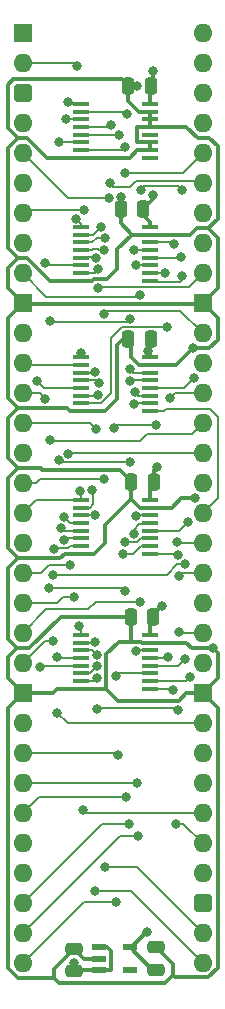
<source format=gtl>
%TF.GenerationSoftware,KiCad,Pcbnew,8.0.7*%
%TF.CreationDate,2025-01-04T12:34:45+02:00*%
%TF.ProjectId,Selector 18bit,53656c65-6374-46f7-9220-31386269742e,V0*%
%TF.SameCoordinates,Original*%
%TF.FileFunction,Copper,L1,Top*%
%TF.FilePolarity,Positive*%
%FSLAX46Y46*%
G04 Gerber Fmt 4.6, Leading zero omitted, Abs format (unit mm)*
G04 Created by KiCad (PCBNEW 8.0.7) date 2025-01-04 12:34:45*
%MOMM*%
%LPD*%
G01*
G04 APERTURE LIST*
G04 Aperture macros list*
%AMRoundRect*
0 Rectangle with rounded corners*
0 $1 Rounding radius*
0 $2 $3 $4 $5 $6 $7 $8 $9 X,Y pos of 4 corners*
0 Add a 4 corners polygon primitive as box body*
4,1,4,$2,$3,$4,$5,$6,$7,$8,$9,$2,$3,0*
0 Add four circle primitives for the rounded corners*
1,1,$1+$1,$2,$3*
1,1,$1+$1,$4,$5*
1,1,$1+$1,$6,$7*
1,1,$1+$1,$8,$9*
0 Add four rect primitives between the rounded corners*
20,1,$1+$1,$2,$3,$4,$5,0*
20,1,$1+$1,$4,$5,$6,$7,0*
20,1,$1+$1,$6,$7,$8,$9,0*
20,1,$1+$1,$8,$9,$2,$3,0*%
G04 Aperture macros list end*
%TA.AperFunction,SMDPad,CuDef*%
%ADD10R,1.450000X0.450000*%
%TD*%
%TA.AperFunction,SMDPad,CuDef*%
%ADD11RoundRect,0.250000X0.475000X-0.250000X0.475000X0.250000X-0.475000X0.250000X-0.475000X-0.250000X0*%
%TD*%
%TA.AperFunction,SMDPad,CuDef*%
%ADD12RoundRect,0.250000X0.250000X0.475000X-0.250000X0.475000X-0.250000X-0.475000X0.250000X-0.475000X0*%
%TD*%
%TA.AperFunction,ComponentPad*%
%ADD13R,1.600000X1.600000*%
%TD*%
%TA.AperFunction,ComponentPad*%
%ADD14O,1.600000X1.600000*%
%TD*%
%TA.AperFunction,ComponentPad*%
%ADD15RoundRect,0.400000X-0.400000X-0.400000X0.400000X-0.400000X0.400000X0.400000X-0.400000X0.400000X0*%
%TD*%
%TA.AperFunction,SMDPad,CuDef*%
%ADD16R,1.150000X0.600000*%
%TD*%
%TA.AperFunction,ViaPad*%
%ADD17C,0.800000*%
%TD*%
%TA.AperFunction,Conductor*%
%ADD18C,0.380000*%
%TD*%
%TA.AperFunction,Conductor*%
%ADD19C,0.200000*%
%TD*%
G04 APERTURE END LIST*
D10*
%TO.P,IC1,1,S*%
%TO.N,S*%
X4949000Y-27443000D03*
%TO.P,IC1,2,1I0*%
%TO.N,A4*%
X4949000Y-28093000D03*
%TO.P,IC1,3,1I1*%
%TO.N,B4*%
X4949000Y-28743000D03*
%TO.P,IC1,4,1Y*%
%TO.N,Y4*%
X4949000Y-29393000D03*
%TO.P,IC1,5,2I0*%
%TO.N,A5*%
X4949000Y-30043000D03*
%TO.P,IC1,6,2I1*%
%TO.N,B5*%
X4949000Y-30693000D03*
%TO.P,IC1,7,2Y*%
%TO.N,Y5*%
X4949000Y-31343000D03*
%TO.P,IC1,8,GND*%
%TO.N,GND*%
X4949000Y-31993000D03*
%TO.P,IC1,9,3Y*%
%TO.N,Y6*%
X10799000Y-31993000D03*
%TO.P,IC1,10,3I1*%
%TO.N,B6*%
X10799000Y-31343000D03*
%TO.P,IC1,11,3I0*%
%TO.N,A6*%
X10799000Y-30693000D03*
%TO.P,IC1,12,4Y*%
%TO.N,Y7*%
X10799000Y-30043000D03*
%TO.P,IC1,13,4I1*%
%TO.N,B7*%
X10799000Y-29393000D03*
%TO.P,IC1,14,4I0*%
%TO.N,A7*%
X10799000Y-28743000D03*
%TO.P,IC1,15,~{E}*%
%TO.N,GND*%
X10799000Y-28093000D03*
%TO.P,IC1,16,3V*%
%TO.N,/3.3V*%
X10799000Y-27443000D03*
%TD*%
D11*
%TO.P,C45,1*%
%TO.N,5V*%
X4348000Y-79420000D03*
%TO.P,C45,2*%
%TO.N,GND*%
X4348000Y-77520000D03*
%TD*%
D12*
%TO.P,C1,1*%
%TO.N,/3.3V*%
X10840000Y-25908000D03*
%TO.P,C1,2*%
%TO.N,GND*%
X8940000Y-25908000D03*
%TD*%
%TO.P,C5,1*%
%TO.N,/3.3V*%
X10840000Y-4445000D03*
%TO.P,C5,2*%
%TO.N,GND*%
X8940000Y-4445000D03*
%TD*%
D11*
%TO.P,C46,1*%
%TO.N,/3.3V*%
X11303000Y-79293000D03*
%TO.P,C46,2*%
%TO.N,GND*%
X11303000Y-77393000D03*
%TD*%
D13*
%TO.P,J2,1,Pin_1*%
%TO.N,A13*%
X0Y0D03*
D14*
%TO.P,J2,2,Pin_2*%
%TO.N,A12*%
X0Y-2540000D03*
D15*
%TO.P,J2,3,Pin_3*%
%TO.N,5V*%
X0Y-5080000D03*
D14*
%TO.P,J2,4,Pin_4*%
%TO.N,A11*%
X0Y-7620000D03*
%TO.P,J2,5,Pin_5*%
%TO.N,A10*%
X0Y-10160000D03*
%TO.P,J2,6,Pin_6*%
%TO.N,A9*%
X0Y-12700000D03*
%TO.P,J2,7,Pin_7*%
%TO.N,A8*%
X0Y-15240000D03*
%TO.P,J2,8,Pin_8*%
%TO.N,A7*%
X0Y-17780000D03*
%TO.P,J2,9,Pin_9*%
%TO.N,A6*%
X0Y-20320000D03*
D13*
%TO.P,J2,10,Pin_10*%
%TO.N,GND*%
X0Y-22860000D03*
D14*
%TO.P,J2,11,Pin_11*%
%TO.N,A5*%
X0Y-25400000D03*
%TO.P,J2,12,Pin_12*%
%TO.N,A4*%
X0Y-27940000D03*
%TO.P,J2,13,Pin_13*%
%TO.N,A3*%
X0Y-30480000D03*
%TO.P,J2,14,Pin_14*%
%TO.N,A2*%
X0Y-33020000D03*
%TO.P,J2,15,Pin_15*%
%TO.N,A1*%
X0Y-35560000D03*
%TO.P,J2,16,Pin_16*%
%TO.N,A0*%
X0Y-38100000D03*
%TO.P,J2,17,Pin_17*%
%TO.N,S*%
X0Y-40640000D03*
%TO.P,J2,18,Pin_18*%
%TO.N,unconnected-(J2-Pin_18-Pad18)*%
X0Y-43180000D03*
%TO.P,J2,19,Pin_19*%
%TO.N,B17*%
X0Y-45720000D03*
%TO.P,J2,20,Pin_20*%
%TO.N,B16*%
X0Y-48260000D03*
%TO.P,J2,21,Pin_21*%
%TO.N,B15*%
X0Y-50800000D03*
%TO.P,J2,22,Pin_22*%
%TO.N,B14*%
X0Y-53340000D03*
D13*
%TO.P,J2,23,Pin_23*%
%TO.N,GND*%
X0Y-55880000D03*
D14*
%TO.P,J2,24,Pin_24*%
%TO.N,B13*%
X0Y-58420000D03*
%TO.P,J2,25,Pin_25*%
%TO.N,B12*%
X0Y-60960000D03*
%TO.P,J2,26,Pin_26*%
%TO.N,B11*%
X0Y-63500000D03*
%TO.P,J2,27,Pin_27*%
%TO.N,B10*%
X0Y-66040000D03*
%TO.P,J2,28,Pin_28*%
%TO.N,B9*%
X0Y-68580000D03*
%TO.P,J2,29,Pin_29*%
%TO.N,B8*%
X0Y-71120000D03*
%TO.P,J2,30,Pin_30*%
%TO.N,B7*%
X0Y-73660000D03*
%TO.P,J2,31,Pin_31*%
%TO.N,B6*%
X0Y-76200000D03*
%TO.P,J2,32,Pin_32*%
%TO.N,B5*%
X0Y-78740000D03*
%TO.P,J2,33,Pin_33*%
%TO.N,B0*%
X15240000Y-78740000D03*
%TO.P,J2,34,Pin_34*%
%TO.N,B1*%
X15240000Y-76200000D03*
D15*
%TO.P,J2,35,Pin_35*%
%TO.N,5V*%
X15240000Y-73660000D03*
D14*
%TO.P,J2,36,Pin_36*%
%TO.N,B2*%
X15240000Y-71120000D03*
%TO.P,J2,37,Pin_37*%
%TO.N,B3*%
X15240000Y-68580000D03*
%TO.P,J2,38,Pin_38*%
%TO.N,B4*%
X15240000Y-66040000D03*
%TO.P,J2,39,Pin_39*%
%TO.N,unconnected-(J2-Pin_39-Pad39)*%
X15240000Y-63500000D03*
%TO.P,J2,40,Pin_40*%
%TO.N,unconnected-(J2-Pin_40-Pad40)*%
X15240000Y-60960000D03*
%TO.P,J2,41,Pin_41*%
%TO.N,Y0*%
X15240000Y-58420000D03*
D13*
%TO.P,J2,42,Pin_42*%
%TO.N,GND*%
X15240000Y-55880000D03*
D14*
%TO.P,J2,43,Pin_43*%
%TO.N,Y1*%
X15240000Y-53340000D03*
%TO.P,J2,44,Pin_44*%
%TO.N,Y2*%
X15240000Y-50800000D03*
%TO.P,J2,45,Pin_45*%
%TO.N,Y3*%
X15240000Y-48260000D03*
%TO.P,J2,46,Pin_46*%
%TO.N,Y4*%
X15240000Y-45720000D03*
%TO.P,J2,47,Pin_47*%
%TO.N,Y5*%
X15240000Y-43180000D03*
%TO.P,J2,48,Pin_48*%
%TO.N,Y6*%
X15240000Y-40640000D03*
%TO.P,J2,49,Pin_49*%
%TO.N,Y7*%
X15240000Y-38100000D03*
%TO.P,J2,50,Pin_50*%
%TO.N,Y8*%
X15240000Y-35560000D03*
%TO.P,J2,51,Pin_51*%
%TO.N,Y9*%
X15240000Y-33020000D03*
%TO.P,J2,52,Pin_52*%
%TO.N,Y10*%
X15240000Y-30480000D03*
%TO.P,J2,53,Pin_53*%
%TO.N,Y11*%
X15240000Y-27940000D03*
%TO.P,J2,54,Pin_54*%
%TO.N,Y12*%
X15240000Y-25400000D03*
D13*
%TO.P,J2,55,Pin_55*%
%TO.N,GND*%
X15240000Y-22860000D03*
D14*
%TO.P,J2,56,Pin_56*%
%TO.N,Y13*%
X15240000Y-20320000D03*
%TO.P,J2,57,Pin_57*%
%TO.N,Y14*%
X15240000Y-17780000D03*
%TO.P,J2,58,Pin_58*%
%TO.N,Y15*%
X15240000Y-15240000D03*
%TO.P,J2,59,Pin_59*%
%TO.N,Y16*%
X15240000Y-12700000D03*
%TO.P,J2,60,Pin_60*%
%TO.N,Y17*%
X15240000Y-10160000D03*
%TO.P,J2,61,Pin_61*%
%TO.N,A14*%
X15240000Y-7620000D03*
%TO.P,J2,62,Pin_62*%
%TO.N,A15*%
X15240000Y-5080000D03*
%TO.P,J2,63,Pin_63*%
%TO.N,A16*%
X15240000Y-2540000D03*
%TO.P,J2,64,Pin_64*%
%TO.N,A17*%
X15240000Y0D03*
%TD*%
D10*
%TO.P,IC2,1,S*%
%TO.N,S*%
X4949000Y-50938000D03*
%TO.P,IC2,2,1I0*%
%TO.N,A0*%
X4949000Y-51588000D03*
%TO.P,IC2,3,1I1*%
%TO.N,B0*%
X4949000Y-52238000D03*
%TO.P,IC2,4,1Y*%
%TO.N,Y0*%
X4949000Y-52888000D03*
%TO.P,IC2,5,2I0*%
%TO.N,A1*%
X4949000Y-53538000D03*
%TO.P,IC2,6,2I1*%
%TO.N,B1*%
X4949000Y-54188000D03*
%TO.P,IC2,7,2Y*%
%TO.N,Y1*%
X4949000Y-54838000D03*
%TO.P,IC2,8,GND*%
%TO.N,GND*%
X4949000Y-55488000D03*
%TO.P,IC2,9,3Y*%
%TO.N,Y2*%
X10799000Y-55488000D03*
%TO.P,IC2,10,3I1*%
%TO.N,B2*%
X10799000Y-54838000D03*
%TO.P,IC2,11,3I0*%
%TO.N,A2*%
X10799000Y-54188000D03*
%TO.P,IC2,12,4Y*%
%TO.N,Y3*%
X10799000Y-53538000D03*
%TO.P,IC2,13,4I1*%
%TO.N,B3*%
X10799000Y-52888000D03*
%TO.P,IC2,14,4I0*%
%TO.N,A3*%
X10799000Y-52238000D03*
%TO.P,IC2,15,~{E}*%
%TO.N,GND*%
X10799000Y-51588000D03*
%TO.P,IC2,16,3V*%
%TO.N,/3.3V*%
X10799000Y-50938000D03*
%TD*%
D16*
%TO.P,IC42,1,6VIn*%
%TO.N,5V*%
X6477000Y-77409000D03*
%TO.P,IC42,2,GND*%
%TO.N,GND*%
X6477000Y-78359000D03*
%TO.P,IC42,3,EN*%
%TO.N,5V*%
X6477000Y-79309000D03*
%TO.P,IC42,4,ADJ*%
%TO.N,unconnected-(IC42-ADJ-Pad4)*%
X9077000Y-79309000D03*
%TO.P,IC42,5,3.3VOut*%
%TO.N,/3.3V*%
X9077000Y-77409000D03*
%TD*%
D12*
%TO.P,C2,1*%
%TO.N,/3.3V*%
X11094000Y-37973000D03*
%TO.P,C2,2*%
%TO.N,GND*%
X9194000Y-37973000D03*
%TD*%
D10*
%TO.P,IC3,1,S*%
%TO.N,S*%
X4949000Y-39508000D03*
%TO.P,IC3,2,1I0*%
%TO.N,A8*%
X4949000Y-40158000D03*
%TO.P,IC3,3,1I1*%
%TO.N,B8*%
X4949000Y-40808000D03*
%TO.P,IC3,4,1Y*%
%TO.N,Y8*%
X4949000Y-41458000D03*
%TO.P,IC3,5,2I0*%
%TO.N,A9*%
X4949000Y-42108000D03*
%TO.P,IC3,6,2I1*%
%TO.N,B9*%
X4949000Y-42758000D03*
%TO.P,IC3,7,2Y*%
%TO.N,Y9*%
X4949000Y-43408000D03*
%TO.P,IC3,8,GND*%
%TO.N,GND*%
X4949000Y-44058000D03*
%TO.P,IC3,9,3Y*%
%TO.N,Y10*%
X10799000Y-44058000D03*
%TO.P,IC3,10,3I1*%
%TO.N,B10*%
X10799000Y-43408000D03*
%TO.P,IC3,11,3I0*%
%TO.N,A10*%
X10799000Y-42758000D03*
%TO.P,IC3,12,4Y*%
%TO.N,Y11*%
X10799000Y-42108000D03*
%TO.P,IC3,13,4I1*%
%TO.N,B11*%
X10799000Y-41458000D03*
%TO.P,IC3,14,4I0*%
%TO.N,A11*%
X10799000Y-40808000D03*
%TO.P,IC3,15,~{E}*%
%TO.N,GND*%
X10799000Y-40158000D03*
%TO.P,IC3,16,3V*%
%TO.N,/3.3V*%
X10799000Y-39508000D03*
%TD*%
%TO.P,IC4,1,S*%
%TO.N,S*%
X4949000Y-16394000D03*
%TO.P,IC4,2,1I0*%
%TO.N,A12*%
X4949000Y-17044000D03*
%TO.P,IC4,3,1I1*%
%TO.N,B12*%
X4949000Y-17694000D03*
%TO.P,IC4,4,1Y*%
%TO.N,Y12*%
X4949000Y-18344000D03*
%TO.P,IC4,5,2I0*%
%TO.N,A13*%
X4949000Y-18994000D03*
%TO.P,IC4,6,2I1*%
%TO.N,B13*%
X4949000Y-19644000D03*
%TO.P,IC4,7,2Y*%
%TO.N,Y13*%
X4949000Y-20294000D03*
%TO.P,IC4,8,GND*%
%TO.N,GND*%
X4949000Y-20944000D03*
%TO.P,IC4,9,3Y*%
%TO.N,Y14*%
X10799000Y-20944000D03*
%TO.P,IC4,10,3I1*%
%TO.N,B14*%
X10799000Y-20294000D03*
%TO.P,IC4,11,3I0*%
%TO.N,A14*%
X10799000Y-19644000D03*
%TO.P,IC4,12,4Y*%
%TO.N,Y15*%
X10799000Y-18994000D03*
%TO.P,IC4,13,4I1*%
%TO.N,B15*%
X10799000Y-18344000D03*
%TO.P,IC4,14,4I0*%
%TO.N,A15*%
X10799000Y-17694000D03*
%TO.P,IC4,15,~{E}*%
%TO.N,GND*%
X10799000Y-17044000D03*
%TO.P,IC4,16,3V*%
%TO.N,/3.3V*%
X10799000Y-16394000D03*
%TD*%
D12*
%TO.P,C4,1*%
%TO.N,/3.3V*%
X11044000Y-49403000D03*
%TO.P,C4,2*%
%TO.N,GND*%
X9144000Y-49403000D03*
%TD*%
D10*
%TO.P,IC5,1,S*%
%TO.N,S*%
X4949000Y-5980000D03*
%TO.P,IC5,2,1I0*%
%TO.N,A16*%
X4949000Y-6630000D03*
%TO.P,IC5,3,1I1*%
%TO.N,B16*%
X4949000Y-7280000D03*
%TO.P,IC5,4,1Y*%
%TO.N,Y16*%
X4949000Y-7930000D03*
%TO.P,IC5,5,2I0*%
%TO.N,A17*%
X4949000Y-8580000D03*
%TO.P,IC5,6,2I1*%
%TO.N,B17*%
X4949000Y-9230000D03*
%TO.P,IC5,7,2Y*%
%TO.N,Y17*%
X4949000Y-9880000D03*
%TO.P,IC5,8,GND*%
%TO.N,GND*%
X4949000Y-10530000D03*
%TO.P,IC5,9,3Y*%
%TO.N,unconnected-(IC5-3Y-Pad9)*%
X10799000Y-10530000D03*
%TO.P,IC5,10,3I1*%
%TO.N,GND*%
X10799000Y-9880000D03*
%TO.P,IC5,11,3I0*%
X10799000Y-9230000D03*
%TO.P,IC5,12,4Y*%
%TO.N,unconnected-(IC5-4Y-Pad12)*%
X10799000Y-8580000D03*
%TO.P,IC5,13,4I1*%
%TO.N,GND*%
X10799000Y-7930000D03*
%TO.P,IC5,14,4I0*%
X10799000Y-7280000D03*
%TO.P,IC5,15,~{E}*%
X10799000Y-6630000D03*
%TO.P,IC5,16,3V*%
%TO.N,/3.3V*%
X10799000Y-5980000D03*
%TD*%
D12*
%TO.P,C3,1*%
%TO.N,/3.3V*%
X10205000Y-14859000D03*
%TO.P,C3,2*%
%TO.N,GND*%
X8305000Y-14859000D03*
%TD*%
D17*
%TO.N,/3.3V*%
X11049000Y-3240000D03*
X10541000Y-76073000D03*
X10587803Y-26880612D03*
X11346000Y-36703000D03*
X11766000Y-48513033D03*
X11049000Y-13716006D03*
%TO.N,GND*%
X14398015Y-26670000D03*
X16129000Y-52070000D03*
X9667815Y-4460821D03*
X8304995Y-13864588D03*
X14613902Y-39387802D03*
%TO.N,5V*%
X4348004Y-78740000D03*
%TO.N,A3*%
X1937500Y-30955500D03*
X8701018Y-47244000D03*
X9566000Y-52330004D03*
X2200000Y-46990000D03*
%TO.N,S*%
X3810000Y-5842000D03*
X4961003Y-27051000D03*
X4793000Y-50193000D03*
X4866356Y-38740365D03*
X4507000Y-15747990D03*
%TO.N,A15*%
X12840847Y-17834000D03*
%TO.N,A16*%
X8862000Y-6841624D03*
%TO.N,A17*%
X8199005Y-8579995D03*
%TO.N,B4*%
X6147206Y-28692992D03*
X5149998Y-65786000D03*
%TO.N,Y4*%
X13208002Y-45974000D03*
X11331000Y-33199731D03*
X7751030Y-33401000D03*
X6486618Y-29639672D03*
%TO.N,A5*%
X1216298Y-29466535D03*
%TO.N,B5*%
X6352420Y-30630629D03*
X7873990Y-73533000D03*
%TO.N,Y5*%
X13039990Y-43053000D03*
X12192000Y-24891998D03*
%TO.N,A0*%
X6135344Y-51578630D03*
X6870856Y-37736097D03*
%TO.N,A1*%
X1492417Y-53625583D03*
%TO.N,A2*%
X7898000Y-54415429D03*
X6223000Y-33528000D03*
%TO.N,B6*%
X9779000Y-67945000D03*
X9472936Y-31372342D03*
%TO.N,A6*%
X9943969Y-22169000D03*
X9474113Y-30372340D03*
%TO.N,Y7*%
X14478000Y-29210000D03*
%TO.N,B7*%
X9072940Y-29456335D03*
X9017000Y-66929000D03*
%TO.N,A7*%
X2361001Y-24384002D03*
X9072551Y-24177000D03*
X9072940Y-28456333D03*
%TO.N,B0*%
X6108000Y-72644000D03*
X6277547Y-52615220D03*
%TO.N,Y0*%
X2921000Y-57531000D03*
X2921000Y-52832000D03*
%TO.N,B1*%
X6274718Y-53615219D03*
X6987112Y-70612000D03*
%TO.N,Y1*%
X13168601Y-57305000D03*
X6287112Y-54615145D03*
X6287100Y-57214112D03*
%TO.N,Y2*%
X12746000Y-55598000D03*
X13208000Y-50673000D03*
%TO.N,B2*%
X14162028Y-54533475D03*
%TO.N,Y3*%
X13755041Y-52960562D03*
%TO.N,B3*%
X12346000Y-52800051D03*
X12954000Y-66929000D03*
%TO.N,A8*%
X5207000Y-14986000D03*
X5865929Y-38711071D03*
%TO.N,B8*%
X6140902Y-40762543D03*
%TO.N,Y8*%
X3870856Y-35586514D03*
X3513417Y-40925307D03*
%TO.N,A9*%
X3253960Y-41891064D03*
%TO.N,B9*%
X3465336Y-42868471D03*
%TO.N,Y9*%
X2664125Y-43660000D03*
X2333682Y-34464682D03*
%TO.N,Y10*%
X13117906Y-44142347D03*
X12492103Y-30903378D03*
%TO.N,B10*%
X8763000Y-64643000D03*
X8508992Y-44069000D03*
%TO.N,A10*%
X7304000Y-13970000D03*
X8650426Y-43079049D03*
%TO.N,Y11*%
X13985819Y-41386182D03*
%TO.N,B11*%
X9392905Y-42409176D03*
X9695000Y-63500000D03*
%TO.N,A11*%
X9134103Y-36322387D03*
X3052847Y-36167000D03*
X9558018Y-40894000D03*
%TO.N,A12*%
X4593638Y-2772374D03*
X6604000Y-16383000D03*
%TO.N,B12*%
X8087112Y-61136757D03*
X6997915Y-17302150D03*
%TO.N,Y12*%
X6858000Y-23749000D03*
X6896272Y-18317396D03*
%TO.N,A13*%
X6173389Y-19008371D03*
%TO.N,B13*%
X1918025Y-19417975D03*
%TO.N,Y13*%
X6417877Y-19978026D03*
X6361061Y-21558026D03*
%TO.N,Y14*%
X13462000Y-20574000D03*
%TO.N,B14*%
X2600016Y-45850000D03*
X12065000Y-20294000D03*
X2540000Y-51435000D03*
X13716000Y-44958000D03*
%TO.N,A14*%
X13462000Y-13273000D03*
X9630595Y-19665523D03*
X9992406Y-13294406D03*
%TO.N,Y15*%
X13397000Y-18935559D03*
%TO.N,B15*%
X9958000Y-48133000D03*
X9410000Y-18344000D03*
%TO.N,B16*%
X3682992Y-7238992D03*
X4393000Y-47752000D03*
%TO.N,Y16*%
X7462000Y-7747000D03*
X7366000Y-12700000D03*
%TO.N,B17*%
X3107000Y-9207504D03*
X3993000Y-44986010D03*
%TO.N,Y17*%
X8636000Y-11811000D03*
X8636000Y-9652000D03*
%TD*%
D18*
%TO.N,/3.3V*%
X11044000Y-49227033D02*
X11758000Y-48513033D01*
X10799000Y-27443000D02*
X10799000Y-27091809D01*
X11049000Y-14015000D02*
X11049000Y-13716006D01*
X10799000Y-27091809D02*
X10587803Y-26880612D01*
X10799000Y-4894000D02*
X10799000Y-5980000D01*
X11094000Y-36955000D02*
X11346000Y-36703000D01*
X11094000Y-37973000D02*
X11094000Y-36955000D01*
X10799000Y-15943000D02*
X10799000Y-16394000D01*
X10795000Y-49652000D02*
X10795000Y-50934000D01*
X11049000Y-4236000D02*
X11049000Y-3240000D01*
X10210000Y-14854000D02*
X11049000Y-14015000D01*
X9205000Y-77409000D02*
X10541000Y-76073000D01*
X9960000Y-15104000D02*
X10799000Y-15943000D01*
X11758000Y-48513033D02*
X11766000Y-48513033D01*
X10961000Y-79293000D02*
X9077000Y-77409000D01*
X10799000Y-38268000D02*
X10799000Y-39508000D01*
%TO.N,GND*%
X9245000Y-17044000D02*
X10799000Y-17044000D01*
X12975015Y-28093000D02*
X14398015Y-26670000D01*
X9144000Y-51540004D02*
X9893229Y-51540004D01*
X15812915Y-26670000D02*
X14398015Y-26670000D01*
X16510000Y-21590000D02*
X15240000Y-22860000D01*
X-1270000Y-24130000D02*
X-1270000Y-30892915D01*
X4348000Y-77520000D02*
X2667000Y-79201000D01*
X5187000Y-78359000D02*
X4348000Y-77520000D01*
X8940000Y-5756000D02*
X9814000Y-6630000D01*
X2667000Y-80010000D02*
X-412915Y-80010000D01*
X-1270000Y-9747085D02*
X-1270000Y-18192915D01*
X16510000Y-17331001D02*
X16510000Y-21590000D01*
X10799000Y-28093000D02*
X9826836Y-28093000D01*
X-1270000Y-21590000D02*
X0Y-22860000D01*
X8940000Y-4445000D02*
X8940000Y-5756000D01*
X-1270000Y-30892915D02*
X-412915Y-31750000D01*
X15240000Y-22860000D02*
X16510000Y-24130000D01*
X8940000Y-25908000D02*
X8509000Y-25908000D01*
X14351000Y-52070000D02*
X16129000Y-52070000D01*
X16510000Y-25972915D02*
X15812915Y-26670000D01*
X4949000Y-20944000D02*
X5857858Y-20944000D01*
X9826836Y-28093000D02*
X9144000Y-27410164D01*
X-412915Y-80010000D02*
X-1270000Y-79152915D01*
X0Y-55880000D02*
X2540000Y-55880000D01*
X4201903Y-36946097D02*
X8244097Y-36946097D01*
X4949000Y-20944000D02*
X2300771Y-20944000D01*
X15688999Y-16510000D02*
X16510000Y-17331001D01*
X9194000Y-39412752D02*
X9194000Y-37973000D01*
X988000Y-19625085D02*
X412915Y-19050000D01*
X2667000Y-79201000D02*
X2667000Y-80010000D01*
X10799000Y-9880000D02*
X10799000Y-9230000D01*
X6985000Y-41621752D02*
X6985000Y-43127000D01*
X10799000Y-40158000D02*
X9939248Y-40158000D01*
X-1270000Y-54610000D02*
X-1270000Y-52832000D01*
X9144000Y-51540004D02*
X8149996Y-51540004D01*
X9194000Y-39412752D02*
X6985000Y-41621752D01*
X10799000Y-7280000D02*
X10799000Y-6630000D01*
X10799000Y-28093000D02*
X12975015Y-28093000D01*
X5857858Y-20944000D02*
X6033832Y-20768026D01*
X8940000Y-4445000D02*
X8385000Y-3890000D01*
X2540000Y-55880000D02*
X2932000Y-55488000D01*
X1651000Y-36957000D02*
X4191000Y-36957000D01*
X2667000Y-80010000D02*
X3048000Y-80391000D01*
X6477000Y-78359000D02*
X5187000Y-78359000D01*
X7171974Y-20768026D02*
X8001000Y-19939000D01*
X9684000Y-9220000D02*
X9684000Y-7940000D01*
X-412915Y-36830000D02*
X1524000Y-36830000D01*
X10799000Y-7930000D02*
X10799000Y-7280000D01*
X3754000Y-31750000D02*
X3997000Y-31993000D01*
X-1270000Y-43592915D02*
X-412915Y-44450000D01*
X9069000Y-10530000D02*
X9719000Y-9880000D01*
X10040763Y-51553000D02*
X9906225Y-51553000D01*
X8385000Y-3890000D02*
X-783000Y-3890000D01*
X-1270000Y-4377000D02*
X-1270000Y-8032915D01*
X9694000Y-9230000D02*
X9684000Y-9220000D01*
X8001000Y-18288000D02*
X9245000Y-17044000D01*
X15815999Y-8890000D02*
X16510000Y-9584001D01*
X12674000Y-40158000D02*
X13444198Y-39387802D01*
X-783000Y-3890000D02*
X-1270000Y-4377000D01*
X-1270000Y-79152915D02*
X-1270000Y-57150000D01*
X7093014Y-55499000D02*
X8109014Y-56515000D01*
X14198000Y-17044000D02*
X14732000Y-16510000D01*
X3175000Y-44450000D02*
X-412915Y-44450000D01*
X6033832Y-20768026D02*
X7171974Y-20768026D01*
X9144000Y-27410164D02*
X9144000Y-26112000D01*
X1524000Y-36830000D02*
X1651000Y-36957000D01*
X-508000Y-52070000D02*
X577036Y-52070000D01*
X-412915Y-19050000D02*
X-492915Y-19130000D01*
X8305000Y-16104000D02*
X8305000Y-14859000D01*
X16510000Y-24130000D02*
X16510000Y-25972915D01*
X3244036Y-49403000D02*
X9144000Y-49403000D01*
X10799000Y-51588000D02*
X10075763Y-51588000D01*
X9144000Y-49403000D02*
X9144000Y-51540004D01*
X8305000Y-13864593D02*
X8304995Y-13864588D01*
X4191000Y-36957000D02*
X4201903Y-36946097D01*
X3048000Y-80391000D02*
X12065000Y-80391000D01*
X-1270000Y-37687085D02*
X-1270000Y-43592915D01*
X12700000Y-78790000D02*
X11380000Y-77470000D01*
X2300771Y-20944000D02*
X988000Y-19631229D01*
X9694000Y-7930000D02*
X10799000Y-7930000D01*
X16510000Y-79152915D02*
X16510000Y-57150000D01*
X9939248Y-40158000D02*
X9194000Y-39412752D01*
X-1270000Y-52832000D02*
X-508000Y-52070000D01*
X10075763Y-51588000D02*
X10040763Y-51553000D01*
X-412915Y-31750000D02*
X3754000Y-31750000D01*
X7093014Y-52596986D02*
X7093014Y-55499000D01*
X13208000Y-56515000D02*
X13843000Y-55880000D01*
X8001000Y-30988000D02*
X6996000Y-31993000D01*
X10799000Y-40158000D02*
X12674000Y-40158000D01*
X16510000Y-9584001D02*
X16510000Y-15688999D01*
X-1270000Y-45307085D02*
X-1270000Y-51308000D01*
X-1270000Y-35972915D02*
X-412915Y-36830000D01*
X9906225Y-51553000D02*
X9893229Y-51540004D01*
X16510000Y-54610000D02*
X16510000Y-52451000D01*
X-1270000Y-57150000D02*
X0Y-55880000D01*
X8244097Y-36946097D02*
X9194000Y-37896000D01*
X8109014Y-56515000D02*
X13208000Y-56515000D01*
X9684000Y-7940000D02*
X9694000Y-7930000D01*
X-1270000Y-19907085D02*
X-1270000Y-21590000D01*
X-1270000Y-32607085D02*
X-1270000Y-35972915D01*
X15141000Y-22959000D02*
X99000Y-22959000D01*
X12065000Y-80391000D02*
X12700000Y-79756000D01*
X4949000Y-44058000D02*
X3567000Y-44058000D01*
X6985000Y-43127000D02*
X6054000Y-44058000D01*
X0Y-22860000D02*
X-1270000Y-24130000D01*
X7082014Y-55488000D02*
X7093014Y-55499000D01*
X6996000Y-31993000D02*
X4949000Y-31993000D01*
X10799000Y-7930000D02*
X13867085Y-7930000D01*
X-1270000Y-51308000D02*
X-508000Y-52070000D01*
X16510000Y-15688999D02*
X15688999Y-16510000D01*
X577036Y-52070000D02*
X3244036Y-49403000D01*
X412915Y-19050000D02*
X-412915Y-19050000D01*
X2052915Y-10530000D02*
X412915Y-8890000D01*
X0Y-55880000D02*
X-1270000Y-54610000D01*
X13867085Y-7930000D02*
X14827085Y-8890000D01*
X10799000Y-51588000D02*
X13869000Y-51588000D01*
X-412915Y-44450000D02*
X-1270000Y-45307085D01*
X8001000Y-19939000D02*
X8001000Y-18288000D01*
X8509000Y-25908000D02*
X8001000Y-26416000D01*
X16510000Y-52451000D02*
X16129000Y-52070000D01*
X15732915Y-79930000D02*
X16510000Y-79152915D01*
X13843000Y-55880000D02*
X15240000Y-55880000D01*
X-492915Y-31830000D02*
X-412915Y-31750000D01*
X3997000Y-31993000D02*
X4949000Y-31993000D01*
X15240000Y-55880000D02*
X16510000Y-54610000D01*
X10799000Y-17044000D02*
X14198000Y-17044000D01*
X13869000Y-51588000D02*
X14351000Y-52070000D01*
X10799000Y-9230000D02*
X9694000Y-9230000D01*
X-492915Y-31830000D02*
X-1270000Y-32607085D01*
X4949000Y-10530000D02*
X9069000Y-10530000D01*
X4949000Y-10530000D02*
X2052915Y-10530000D01*
X12874000Y-79930000D02*
X15732915Y-79930000D01*
X9814000Y-6630000D02*
X10799000Y-6630000D01*
X8149996Y-51540004D02*
X7093014Y-52596986D01*
X6054000Y-44058000D02*
X4949000Y-44058000D01*
X9719000Y-9880000D02*
X10799000Y-9880000D01*
X-492915Y-19130000D02*
X-1270000Y-19907085D01*
X8305000Y-14859000D02*
X8305000Y-13864593D01*
X-412915Y-8890000D02*
X-1270000Y-9747085D01*
X12700000Y-79756000D02*
X12700000Y-78790000D01*
X-412915Y-36830000D02*
X-1270000Y-37687085D01*
X14732000Y-16510000D02*
X15688999Y-16510000D01*
X12700000Y-79756000D02*
X12874000Y-79930000D01*
X13444198Y-39387802D02*
X14613902Y-39387802D01*
X4949000Y-55488000D02*
X7082014Y-55488000D01*
X3567000Y-44058000D02*
X3175000Y-44450000D01*
X412915Y-8890000D02*
X-412915Y-8890000D01*
X9651994Y-4445000D02*
X9667815Y-4460821D01*
X16510000Y-57150000D02*
X15240000Y-55880000D01*
X8001000Y-26416000D02*
X8001000Y-30988000D01*
X9245000Y-17044000D02*
X8305000Y-16104000D01*
X14827085Y-8890000D02*
X15815999Y-8890000D01*
X8940000Y-4445000D02*
X9651994Y-4445000D01*
X-1270000Y-18192915D02*
X-412915Y-19050000D01*
X988000Y-19631229D02*
X988000Y-19625085D01*
X2932000Y-55488000D02*
X4949000Y-55488000D01*
X-1270000Y-8032915D02*
X-412915Y-8890000D01*
%TO.N,5V*%
X6477000Y-77409000D02*
X7182000Y-77409000D01*
X4348004Y-78740000D02*
X4348004Y-79419996D01*
X7182000Y-77409000D02*
X7442000Y-77669000D01*
X7432000Y-79309000D02*
X6477000Y-79309000D01*
X7442000Y-77669000D02*
X7442000Y-79299000D01*
X6477000Y-79309000D02*
X4459000Y-79309000D01*
X7442000Y-79299000D02*
X7432000Y-79309000D01*
D19*
%TO.N,A3*%
X2200000Y-46990000D02*
X8447018Y-46990000D01*
X0Y-30480000D02*
X1462000Y-30480000D01*
X1462000Y-30480000D02*
X1937500Y-30955500D01*
X8447018Y-46990000D02*
X8701018Y-47244000D01*
X10799000Y-52238000D02*
X9658004Y-52238000D01*
X9658004Y-52238000D02*
X9566000Y-52330004D01*
%TO.N,S*%
X4949000Y-39508000D02*
X4949000Y-38823009D01*
X4949000Y-50349000D02*
X4793000Y-50193000D01*
X4949000Y-27063003D02*
X4949000Y-27435000D01*
X4953000Y-16390000D02*
X4953000Y-16193990D01*
X4953000Y-16193990D02*
X4507000Y-15747990D01*
X4961003Y-27051000D02*
X4949000Y-27063003D01*
X1132000Y-39508000D02*
X0Y-40640000D01*
X3948000Y-5980000D02*
X3810000Y-5842000D01*
X4949000Y-38823009D02*
X4866356Y-38740365D01*
X4949000Y-5980000D02*
X3948000Y-5980000D01*
X4949000Y-50938000D02*
X4949000Y-50349000D01*
X4949000Y-39508000D02*
X1132000Y-39508000D01*
%TO.N,A15*%
X12700847Y-17694000D02*
X12840847Y-17834000D01*
X10799000Y-17694000D02*
X12700847Y-17694000D01*
%TO.N,A16*%
X8650376Y-6630000D02*
X8862000Y-6841624D01*
X4949000Y-6630000D02*
X8650376Y-6630000D01*
%TO.N,A17*%
X8199000Y-8580000D02*
X8199005Y-8579995D01*
X4949000Y-8580000D02*
X8199000Y-8580000D01*
%TO.N,A4*%
X4949000Y-28093000D02*
X153000Y-28093000D01*
%TO.N,B4*%
X15240000Y-66040000D02*
X5403998Y-66040000D01*
X5403998Y-66040000D02*
X5149998Y-65786000D01*
X4949000Y-28743000D02*
X6097198Y-28743000D01*
X6097198Y-28743000D02*
X6147206Y-28692992D01*
%TO.N,Y4*%
X4949000Y-29393000D02*
X6239946Y-29393000D01*
X7952299Y-33199731D02*
X7751030Y-33401000D01*
X11331000Y-33199731D02*
X7952299Y-33199731D01*
X13462002Y-45720000D02*
X13208002Y-45974000D01*
X6239946Y-29393000D02*
X6486618Y-29639672D01*
X15240000Y-45720000D02*
X13462002Y-45720000D01*
%TO.N,A5*%
X4949000Y-30043000D02*
X1792763Y-30043000D01*
X1792763Y-30043000D02*
X1216298Y-29466535D01*
%TO.N,B5*%
X5207000Y-73533000D02*
X7873990Y-73533000D01*
X4949000Y-30693000D02*
X6290049Y-30693000D01*
X0Y-78740000D02*
X5207000Y-73533000D01*
X6290049Y-30693000D02*
X6352420Y-30630629D01*
%TO.N,Y5*%
X7493000Y-25781000D02*
X8397000Y-24877000D01*
X6630000Y-31343000D02*
X7493000Y-30480000D01*
X8397000Y-24877000D02*
X11669000Y-24877000D01*
X4949000Y-31343000D02*
X6630000Y-31343000D01*
X11669000Y-24877000D02*
X11683998Y-24891998D01*
X7493000Y-30480000D02*
X7493000Y-25781000D01*
X11683998Y-24891998D02*
X12192000Y-24891998D01*
X13166990Y-43180000D02*
X13039990Y-43053000D01*
X15240000Y-43180000D02*
X13166990Y-43180000D01*
%TO.N,A0*%
X0Y-38100000D02*
X1131370Y-38100000D01*
X6125974Y-51588000D02*
X6135344Y-51578630D01*
X4949000Y-51588000D02*
X6125974Y-51588000D01*
X1131370Y-38100000D02*
X1495273Y-37736097D01*
X1495273Y-37736097D02*
X6870856Y-37736097D01*
%TO.N,A1*%
X4949000Y-53538000D02*
X1580000Y-53538000D01*
X1580000Y-53538000D02*
X1492417Y-53625583D01*
%TO.N,A2*%
X5715000Y-33020000D02*
X6223000Y-33528000D01*
X0Y-33020000D02*
X5715000Y-33020000D01*
X8125429Y-54188000D02*
X7898000Y-54415429D01*
X10799000Y-54188000D02*
X8125429Y-54188000D01*
%TO.N,Y6*%
X10799000Y-31993000D02*
X11959792Y-31993000D01*
X11959792Y-31993000D02*
X12120871Y-31831921D01*
X16510000Y-32512000D02*
X16510000Y-39370000D01*
X12120871Y-31831921D02*
X15829921Y-31831921D01*
X15829921Y-31831921D02*
X16510000Y-32512000D01*
X16510000Y-39370000D02*
X15240000Y-40640000D01*
%TO.N,B6*%
X0Y-76200000D02*
X8255000Y-67945000D01*
X10799000Y-31343000D02*
X9502278Y-31343000D01*
X9502278Y-31343000D02*
X9472936Y-31372342D01*
X8255000Y-67945000D02*
X9779000Y-67945000D01*
%TO.N,A6*%
X9794773Y-30693000D02*
X9474113Y-30372340D01*
X0Y-20320000D02*
X1996883Y-22316883D01*
X10799000Y-30693000D02*
X9794773Y-30693000D01*
X9796086Y-22316883D02*
X9943969Y-22169000D01*
X1996883Y-22316883D02*
X9796086Y-22316883D01*
%TO.N,Y7*%
X10799000Y-30043000D02*
X13645000Y-30043000D01*
X13645000Y-30043000D02*
X14478000Y-29210000D01*
%TO.N,B7*%
X0Y-73660000D02*
X6731000Y-66929000D01*
X9136275Y-29393000D02*
X9072940Y-29456335D01*
X6731000Y-66929000D02*
X9017000Y-66929000D01*
X10799000Y-29393000D02*
X9136275Y-29393000D01*
%TO.N,A7*%
X8800551Y-24449000D02*
X2425999Y-24449000D01*
X9359607Y-28743000D02*
X9072940Y-28456333D01*
X2425999Y-24449000D02*
X2361001Y-24384002D01*
X9072551Y-24177000D02*
X8800551Y-24449000D01*
X10799000Y-28743000D02*
X9359607Y-28743000D01*
%TO.N,B0*%
X15240000Y-78740000D02*
X9144000Y-72644000D01*
X5900327Y-52238000D02*
X6277547Y-52615220D01*
X4949000Y-52238000D02*
X5900327Y-52238000D01*
X9144000Y-72644000D02*
X6108000Y-72644000D01*
%TO.N,Y0*%
X2977000Y-52888000D02*
X2921000Y-52832000D01*
X4949000Y-52888000D02*
X2977000Y-52888000D01*
X15240000Y-58420000D02*
X3810000Y-58420000D01*
X3810000Y-58420000D02*
X2921000Y-57531000D01*
%TO.N,B1*%
X5701937Y-54188000D02*
X6274718Y-53615219D01*
X15240000Y-76200000D02*
X9652000Y-70612000D01*
X4949000Y-54188000D02*
X5701937Y-54188000D01*
X9652000Y-70612000D02*
X6987112Y-70612000D01*
%TO.N,Y1*%
X13013601Y-57150000D02*
X6351212Y-57150000D01*
X4949000Y-54838000D02*
X6064257Y-54838000D01*
X13168601Y-57305000D02*
X13013601Y-57150000D01*
X6351212Y-57150000D02*
X6287100Y-57214112D01*
X6064257Y-54838000D02*
X6287112Y-54615145D01*
%TO.N,Y2*%
X12636000Y-55488000D02*
X12746000Y-55598000D01*
X10799000Y-55488000D02*
X12636000Y-55488000D01*
X15240000Y-50800000D02*
X13335000Y-50800000D01*
X13335000Y-50800000D02*
X13208000Y-50673000D01*
%TO.N,B2*%
X13857503Y-54838000D02*
X14162028Y-54533475D01*
X10799000Y-54838000D02*
X13857503Y-54838000D01*
%TO.N,Y3*%
X13177603Y-53538000D02*
X13755041Y-52960562D01*
X10799000Y-53538000D02*
X13177603Y-53538000D01*
%TO.N,B3*%
X13589000Y-66929000D02*
X12954000Y-66929000D01*
X10799000Y-52888000D02*
X12258051Y-52888000D01*
X15240000Y-68580000D02*
X13589000Y-66929000D01*
X12258051Y-52888000D02*
X12346000Y-52800051D01*
%TO.N,A8*%
X4949000Y-40158000D02*
X5717000Y-40158000D01*
X5974000Y-38819142D02*
X5865929Y-38711071D01*
X5974000Y-39901000D02*
X5974000Y-38819142D01*
X5717000Y-40158000D02*
X5974000Y-39901000D01*
X254000Y-14986000D02*
X5207000Y-14986000D01*
%TO.N,B8*%
X6095445Y-40808000D02*
X6140902Y-40762543D01*
X4949000Y-40808000D02*
X6095445Y-40808000D01*
%TO.N,Y8*%
X3897370Y-35560000D02*
X3870856Y-35586514D01*
X15240000Y-35560000D02*
X3897370Y-35560000D01*
X4046110Y-41458000D02*
X3513417Y-40925307D01*
X4949000Y-41458000D02*
X4046110Y-41458000D01*
%TO.N,A9*%
X3470896Y-42108000D02*
X3253960Y-41891064D01*
X4949000Y-42108000D02*
X3470896Y-42108000D01*
%TO.N,B9*%
X4949000Y-42758000D02*
X3575807Y-42758000D01*
X3575807Y-42758000D02*
X3465336Y-42868471D01*
%TO.N,Y9*%
X4949000Y-43408000D02*
X4024000Y-43408000D01*
X4024000Y-43408000D02*
X3864000Y-43568000D01*
X14355635Y-33904365D02*
X10545634Y-33904365D01*
X10545634Y-33904365D02*
X9905999Y-34544000D01*
X2756125Y-43568000D02*
X2664125Y-43660000D01*
X3864000Y-43568000D02*
X2756125Y-43568000D01*
X9905999Y-34544000D02*
X2413000Y-34544000D01*
X2413000Y-34544000D02*
X2333682Y-34464682D01*
X15240000Y-33020000D02*
X14355635Y-33904365D01*
%TO.N,Y10*%
X10799000Y-44058000D02*
X13033559Y-44058000D01*
X13033559Y-44058000D02*
X13117906Y-44142347D01*
X12915481Y-30480000D02*
X12492103Y-30903378D01*
X15240000Y-30480000D02*
X12915481Y-30480000D01*
%TO.N,B10*%
X9328686Y-44069000D02*
X8508992Y-44069000D01*
X1397000Y-64643000D02*
X8763000Y-64643000D01*
X9989686Y-43408000D02*
X9328686Y-44069000D01*
X10799000Y-43408000D02*
X9989686Y-43408000D01*
X0Y-66040000D02*
X1397000Y-64643000D01*
%TO.N,A10*%
X9682855Y-43109176D02*
X8680553Y-43109176D01*
X10034031Y-42758000D02*
X9682855Y-43109176D01*
X8680553Y-43109176D02*
X8650426Y-43079049D01*
X10799000Y-42758000D02*
X10034031Y-42758000D01*
X0Y-10160000D02*
X3810000Y-13970000D01*
X3810000Y-13970000D02*
X7304000Y-13970000D01*
%TO.N,Y11*%
X13264001Y-42108000D02*
X13985819Y-41386182D01*
X10799000Y-42108000D02*
X13264001Y-42108000D01*
%TO.N,B11*%
X0Y-63500000D02*
X9695000Y-63500000D01*
X9852000Y-41583000D02*
X9392905Y-42042095D01*
X9392905Y-42042095D02*
X9392905Y-42409176D01*
X10674000Y-41583000D02*
X9852000Y-41583000D01*
%TO.N,A11*%
X10799000Y-40808000D02*
X9644018Y-40808000D01*
X3208234Y-36322387D02*
X3052847Y-36167000D01*
X9134103Y-36322387D02*
X3208234Y-36322387D01*
X9644018Y-40808000D02*
X9558018Y-40894000D01*
%TO.N,A12*%
X0Y-2540000D02*
X4361264Y-2540000D01*
X4361264Y-2540000D02*
X4593638Y-2772374D01*
X4949000Y-17044000D02*
X5943000Y-17044000D01*
X5943000Y-17044000D02*
X6604000Y-16383000D01*
%TO.N,B12*%
X0Y-60960000D02*
X7910355Y-60960000D01*
X6265850Y-17302150D02*
X6997915Y-17302150D01*
X7910355Y-60960000D02*
X8087112Y-61136757D01*
X4949000Y-17694000D02*
X5874000Y-17694000D01*
X5874000Y-17694000D02*
X6265850Y-17302150D01*
%TO.N,Y12*%
X6463339Y-18308371D02*
X6498968Y-18344000D01*
X5909629Y-18308371D02*
X6463339Y-18308371D01*
X6498968Y-18344000D02*
X6869668Y-18344000D01*
X15240000Y-25400000D02*
X13317000Y-23477000D01*
X13317000Y-23477000D02*
X7130000Y-23477000D01*
X7130000Y-23477000D02*
X6858000Y-23749000D01*
X6869668Y-18344000D02*
X6896272Y-18317396D01*
X4949000Y-18344000D02*
X5874000Y-18344000D01*
X5874000Y-18344000D02*
X5909629Y-18308371D01*
%TO.N,A13*%
X6119306Y-18954288D02*
X6173389Y-19008371D01*
X4988712Y-18954288D02*
X6119306Y-18954288D01*
%TO.N,B13*%
X2144050Y-19644000D02*
X1918025Y-19417975D01*
X4949000Y-19644000D02*
X2144050Y-19644000D01*
%TO.N,Y13*%
X15240000Y-20320000D02*
X14091000Y-21469000D01*
X5874000Y-20294000D02*
X5889974Y-20278026D01*
X5889974Y-20278026D02*
X6117877Y-20278026D01*
X14091000Y-21469000D02*
X6450087Y-21469000D01*
X6450087Y-21469000D02*
X6361061Y-21558026D01*
X6117877Y-20278026D02*
X6417877Y-19978026D01*
X4949000Y-20294000D02*
X5874000Y-20294000D01*
%TO.N,Y14*%
X13462000Y-20845182D02*
X13462000Y-20574000D01*
X13285081Y-21022101D02*
X13462000Y-20845182D01*
X10877101Y-21022101D02*
X13285081Y-21022101D01*
%TO.N,B14*%
X13107050Y-44958000D02*
X13716000Y-44958000D01*
X12215050Y-45850000D02*
X13107050Y-44958000D01*
X10799000Y-20294000D02*
X12065000Y-20294000D01*
X1905000Y-51435000D02*
X2540000Y-51435000D01*
X2600016Y-45850000D02*
X12215050Y-45850000D01*
X0Y-53340000D02*
X1905000Y-51435000D01*
%TO.N,A14*%
X10799000Y-19644000D02*
X9652118Y-19644000D01*
X13462000Y-13273000D02*
X13162000Y-12973000D01*
X10313812Y-12973000D02*
X9992406Y-13294406D01*
X13162000Y-12973000D02*
X10313812Y-12973000D01*
X9652118Y-19644000D02*
X9630595Y-19665523D01*
%TO.N,Y15*%
X13338559Y-18994000D02*
X13397000Y-18935559D01*
X10799000Y-18994000D02*
X13338559Y-18994000D01*
%TO.N,B15*%
X5570000Y-48786000D02*
X6223000Y-48133000D01*
X0Y-50800000D02*
X2014000Y-48786000D01*
X6223000Y-48133000D02*
X9958000Y-48133000D01*
X2014000Y-48786000D02*
X5570000Y-48786000D01*
X10799000Y-18344000D02*
X9410000Y-18344000D01*
%TO.N,B16*%
X3724000Y-7280000D02*
X3682992Y-7238992D01*
X3429000Y-47752000D02*
X4393000Y-47752000D01*
X4949000Y-7280000D02*
X3724000Y-7280000D01*
X0Y-48260000D02*
X2921000Y-48260000D01*
X2921000Y-48260000D02*
X3429000Y-47752000D01*
%TO.N,Y16*%
X7279000Y-7930000D02*
X7462000Y-7747000D01*
X9052951Y-13019001D02*
X7685001Y-13019001D01*
X15048000Y-12508000D02*
X9563952Y-12508000D01*
X9563952Y-12508000D02*
X9052951Y-13019001D01*
X7685001Y-13019001D02*
X7366000Y-12700000D01*
X4949000Y-7930000D02*
X7279000Y-7930000D01*
%TO.N,B17*%
X3129496Y-9230000D02*
X3107000Y-9207504D01*
X0Y-45720000D02*
X1524000Y-45720000D01*
X4949000Y-9230000D02*
X3129496Y-9230000D01*
X2257990Y-44986010D02*
X3993000Y-44986010D01*
X1524000Y-45720000D02*
X2257990Y-44986010D01*
%TO.N,Y17*%
X4949000Y-9880000D02*
X8408000Y-9880000D01*
X8408000Y-9880000D02*
X8636000Y-9652000D01*
X15240000Y-10160000D02*
X13589000Y-11811000D01*
X13589000Y-11811000D02*
X8636000Y-11811000D01*
%TD*%
M02*

</source>
